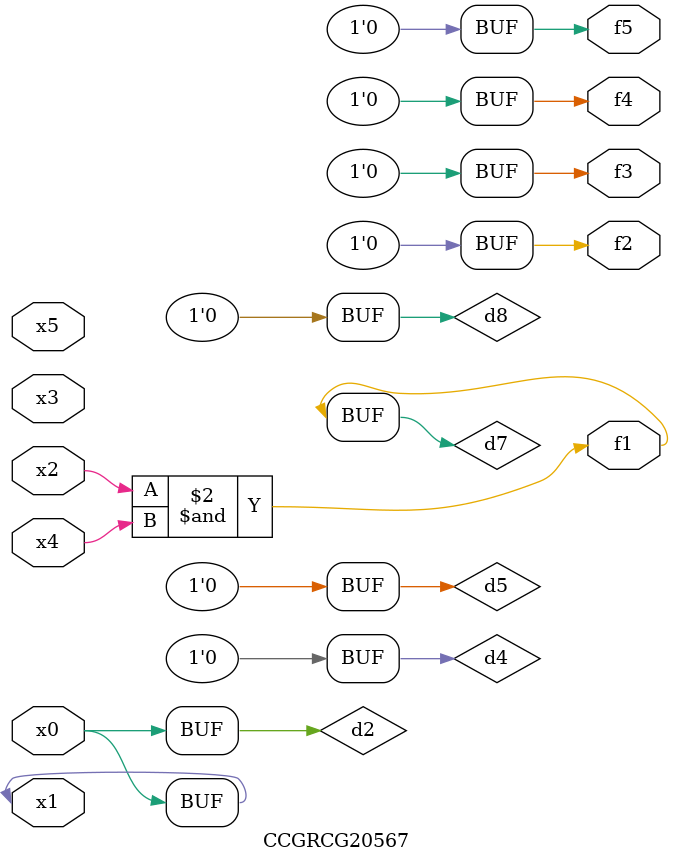
<source format=v>
module CCGRCG20567(
	input x0, x1, x2, x3, x4, x5,
	output f1, f2, f3, f4, f5
);

	wire d1, d2, d3, d4, d5, d6, d7, d8, d9;

	nand (d1, x1);
	buf (d2, x0, x1);
	nand (d3, x2, x4);
	and (d4, d1, d2);
	and (d5, d1, d2);
	nand (d6, d1, d3);
	not (d7, d3);
	xor (d8, d5);
	nor (d9, d5, d6);
	assign f1 = d7;
	assign f2 = d8;
	assign f3 = d8;
	assign f4 = d8;
	assign f5 = d8;
endmodule

</source>
